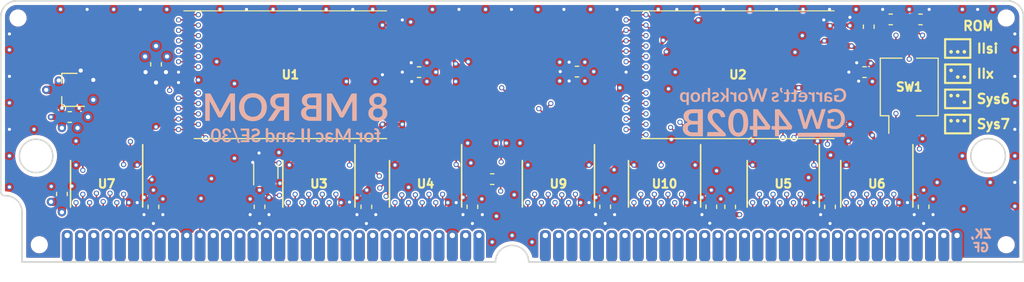
<source format=kicad_pcb>
(kicad_pcb (version 20221018) (generator pcbnew)

  (general
    (thickness 1.6)
  )

  (paper "USLetter")
  (title_block
    (title "GW4402C")
    (date "2022-02-05")
    (rev "1.0")
    (company "Garrett's Workshop")
  )

  (layers
    (0 "F.Cu" signal)
    (1 "In1.Cu" power)
    (2 "In2.Cu" signal)
    (31 "B.Cu" power)
    (32 "B.Adhes" user "B.Adhesive")
    (33 "F.Adhes" user "F.Adhesive")
    (34 "B.Paste" user)
    (35 "F.Paste" user)
    (36 "B.SilkS" user "B.Silkscreen")
    (37 "F.SilkS" user "F.Silkscreen")
    (38 "B.Mask" user)
    (39 "F.Mask" user)
    (40 "Dwgs.User" user "User.Drawings")
    (41 "Cmts.User" user "User.Comments")
    (42 "Eco1.User" user "User.Eco1")
    (43 "Eco2.User" user "User.Eco2")
    (44 "Edge.Cuts" user)
    (45 "Margin" user)
    (46 "B.CrtYd" user "B.Courtyard")
    (47 "F.CrtYd" user "F.Courtyard")
    (48 "B.Fab" user)
    (49 "F.Fab" user)
  )

  (setup
    (pad_to_mask_clearance 0.075)
    (solder_mask_min_width 0.1)
    (pad_to_paste_clearance -0.0381)
    (pcbplotparams
      (layerselection 0x00210f8_ffffffff)
      (plot_on_all_layers_selection 0x0000000_00000000)
      (disableapertmacros false)
      (usegerberextensions true)
      (usegerberattributes false)
      (usegerberadvancedattributes false)
      (creategerberjobfile false)
      (dashed_line_dash_ratio 12.000000)
      (dashed_line_gap_ratio 3.000000)
      (svgprecision 6)
      (plotframeref false)
      (viasonmask false)
      (mode 1)
      (useauxorigin false)
      (hpglpennumber 1)
      (hpglpenspeed 20)
      (hpglpendiameter 15.000000)
      (dxfpolygonmode true)
      (dxfimperialunits true)
      (dxfusepcbnewfont true)
      (psnegative false)
      (psa4output false)
      (plotreference true)
      (plotvalue true)
      (plotinvisibletext false)
      (sketchpadsonfab false)
      (subtractmaskfromsilk true)
      (outputformat 1)
      (mirror false)
      (drillshape 0)
      (scaleselection 1)
      (outputdirectory "gerber/")
    )
  )

  (net 0 "")
  (net 1 "+5V")
  (net 2 "/D0")
  (net 3 "/D1")
  (net 4 "/~{WE}")
  (net 5 "/D2")
  (net 6 "/D3")
  (net 7 "GND")
  (net 8 "/D4")
  (net 9 "/D5")
  (net 10 "/D6")
  (net 11 "/A11")
  (net 12 "/D7")
  (net 13 "/A0")
  (net 14 "/A1")
  (net 15 "/A2")
  (net 16 "/A3")
  (net 17 "/A4")
  (net 18 "/A5")
  (net 19 "/A6")
  (net 20 "/A7")
  (net 21 "/~{CS}")
  (net 22 "/~{OE}")
  (net 23 "/D8")
  (net 24 "/D9")
  (net 25 "/D10")
  (net 26 "/D11")
  (net 27 "/D12")
  (net 28 "/D13")
  (net 29 "/D14")
  (net 30 "/D15")
  (net 31 "/A8")
  (net 32 "/A9")
  (net 33 "/A10")
  (net 34 "/A12")
  (net 35 "/A13")
  (net 36 "/A14")
  (net 37 "/A15")
  (net 38 "/A16")
  (net 39 "/A17")
  (net 40 "/A18")
  (net 41 "/A19")
  (net 42 "/A20")
  (net 43 "/A21")
  (net 44 "/A22")
  (net 45 "/D16")
  (net 46 "/D17")
  (net 47 "/D18")
  (net 48 "/D19")
  (net 49 "/D20")
  (net 50 "/D21")
  (net 51 "/D22")
  (net 52 "/D23")
  (net 53 "/D24")
  (net 54 "/D25")
  (net 55 "/D26")
  (net 56 "/D27")
  (net 57 "/D28")
  (net 58 "/D29")
  (net 59 "/D30")
  (net 60 "/D31")
  (net 61 "+3V3")
  (net 62 "/RD7")
  (net 63 "/RD6")
  (net 64 "/RD5")
  (net 65 "/RD4")
  (net 66 "/RD3")
  (net 67 "/RD2")
  (net 68 "/RD1")
  (net 69 "/RD0")
  (net 70 "/RD8")
  (net 71 "/RD9")
  (net 72 "/RD10")
  (net 73 "/RD11")
  (net 74 "/RD12")
  (net 75 "/RD13")
  (net 76 "/RD14")
  (net 77 "/RD15")
  (net 78 "/RD23")
  (net 79 "/RD22")
  (net 80 "/RD21")
  (net 81 "/RD20")
  (net 82 "/RD19")
  (net 83 "/RD18")
  (net 84 "/RD17")
  (net 85 "/RD16")
  (net 86 "/RD24")
  (net 87 "/RD25")
  (net 88 "/RD26")
  (net 89 "/RD27")
  (net 90 "/RD28")
  (net 91 "/RD29")
  (net 92 "/RD30")
  (net 93 "/RD31")
  (net 94 "/RA7")
  (net 95 "/RA6")
  (net 96 "/RA5")
  (net 97 "/RA4")
  (net 98 "/RA3")
  (net 99 "/RA2")
  (net 100 "/R~{CS}")
  (net 101 "/R~{OE}")
  (net 102 "/R~{WE}")
  (net 103 "/RA8")
  (net 104 "/RA9")
  (net 105 "/RA17")
  (net 106 "/RA16")
  (net 107 "/RA15")
  (net 108 "/RA14")
  (net 109 "/RA13")
  (net 110 "/RA12")
  (net 111 "/RA11")
  (net 112 "/RA10")
  (net 113 "/RA18")
  (net 114 "/RA19")
  (net 115 "/RA20")
  (net 116 "/RA21")
  (net 117 "/RA22")
  (net 118 "unconnected-(J1-Pin_63-Pad63)")
  (net 119 "unconnected-(U1-~{BY}-Pad15)")
  (net 120 "unconnected-(U2-~{BY}-Pad15)")
  (net 121 "/RA23")
  (net 122 "/Ddir")
  (net 123 "/DdirR")
  (net 124 "/RA22sw")
  (net 125 "/RA21sw")

  (footprint "stdpads:Fiducial" (layer "F.Cu") (at 75.438 123.444))

  (footprint "stdpads:C_0603" (layer "F.Cu") (at 154.35 109.45))

  (footprint "stdpads:C_0603" (layer "F.Cu") (at 96.5 122.35 90))

  (footprint "stdpads:C_0603" (layer "F.Cu") (at 116.85 122.35 90))

  (footprint "stdpads:C_0603" (layer "F.Cu") (at 139.7 122.35 90))

  (footprint "stdpads:C_0603" (layer "F.Cu") (at 151.05 122.35 90))

  (footprint "stdpads:C_0603" (layer "F.Cu") (at 160 122.35 90))

  (footprint "stdpads:TSSOP-20_4.4x6.5mm_P0.65mm" (layer "F.Cu") (at 112.375 120.15 180))

  (footprint "stdpads:TSSOP-20_4.4x6.5mm_P0.65mm" (layer "F.Cu") (at 146.575 120.15 180))

  (footprint "stdpads:MacIIROMSIMM_Edge" (layer "F.Cu") (at 120.65 127.635))

  (footprint "stdpads:TSSOP-20_4.4x6.5mm_P0.65mm" (layer "F.Cu") (at 135.225 120.15 180))

  (footprint "stdpads:TSSOP-20_4.4x6.5mm_P0.65mm" (layer "F.Cu") (at 155.525 120.15 180))

  (footprint "stdpads:C_0603" (layer "F.Cu") (at 111.75 109.45))

  (footprint "stdpads:TSOP-I-48_18.4x12mm_P0.5mm" (layer "F.Cu") (at 99.45 109.7 -90))

  (footprint "stdpads:TSSOP-20_4.4x6.5mm_P0.65mm" (layer "F.Cu") (at 102.175 120.15 180))

  (footprint "stdpads:C_0603" (layer "F.Cu") (at 78.35 113.75))

  (footprint "stdpads:TSOP-I-48_18.4x12mm_P0.5mm" (layer "F.Cu") (at 142.24 109.7 -90))

  (footprint "stdpads:C_0603" (layer "F.Cu") (at 86.35 122.35 90))

  (footprint "stdpads:TSSOP-20_4.4x6.5mm_P0.65mm" (layer "F.Cu") (at 81.875 120.15 180))

  (footprint "stdpads:C_0603" (layer "F.Cu") (at 106.7135 122.35 90))

  (footprint "stdpads:TSSOP-20_4.4x6.5mm_P0.65mm" (layer "F.Cu") (at 125.075 120.15 180))

  (footprint "stdpads:C_0603" (layer "F.Cu") (at 129.55 122.35 90))

  (footprint "stdpads:C_0603" (layer "F.Cu") (at 141.5 122.35 90))

  (footprint "stdpads:C_0603" (layer "F.Cu") (at 86.6 108.7 90))

  (footprint "stdpads:Fiducial" (layer "F.Cu") (at 167.894 123.444))

  (footprint "stdpads:Fiducial" (layer "F.Cu") (at 162.433 104.267))

  (footprint "stdpads:Fiducial" (layer "F.Cu") (at 75.946 104.267))

  (footprint "stdpads:C_0603" (layer "F.Cu") (at 126.85 109.4))

  (footprint "stdpads:C_0603" (layer "F.Cu") (at 77.6 121.123 90))

  (footprint "stdpads:SOT-353" (layer "F.Cu") (at 97.1 118.95))

  (footprint "stdpads:R_0603" (layer "F.Cu") (at 156.85 104.4 180))

  (footprint "stdpads:R_0603" (layer "F.Cu") (at 154.75 105.1 90))

  (footprint "stdpads:R_0603" (layer "F.Cu") (at 118.75 119.7 180))

  (footprint "stdpads:SOT-23" (layer "F.Cu") (at 78.35 111.15))

  (footprint "stdpads:PasteHole_1.152mm_NPTH" (layer "F.Cu") (at 73.406 104.267))

  (footprint "stdpads:PasteHole_1.152mm_NPTH" (layer "F.Cu") (at 75.438 125.984))

  (footprint "stdpads:PasteHole_1.152mm_NPTH" (layer "F.Cu") (at 167.894 125.984))

  (footprint "stdpads:PasteHole_1.152mm_NPTH" (layer "F.Cu") (at 167.894 104.267))

  (footprint "stdpads:R_0603" (layer "F.Cu") (at 159.7 104.4))

  (footprint "stdpads:SW_DIP_SPSTx03_Slide_DSHP03TS_P1.27mm" (layer "F.Cu") (at 158.623 110.871))

  (footprint "LOGO" (layer "B.Cu")
    (tstamp b9ba79d1-e603-4975-83c9-1d20506a9050)
    (at 99.950302 113.737925 180)
    (attr board_only exclude_from_pos_files exclude_from_bom)
    (fp_text reference "G***" (at 0 0) (layer "B.SilkS") hide
        (effects (font (size 1.524 1.524) (thickness 0.3)) (justify mirror))
      (tstamp e2653b0a-5296-4a12-b227-bcac62608036)
    )
    (fp_text value "LOGO" (at 0.75 0) (layer "B.SilkS") hide
        (effects (font (size 1.524 1.524) (thickness 0.3)) (justify mirror))
      (tstamp 40cb2729-7e80-4008-aa0b-8207f1c02e46)
    )
    (fp_poly
      (pts
        (xy -1.121448 -2.423603)
        (xy -1.371249 -2.423603)
        (xy -1.371249 -1.110818)
        (xy -1.121448 -1.110818)
      )

      (stroke (width 0) (type solid)) (fill solid) (layer "B.SilkS") (tstamp dd673796-7a32-4f1f-b0c5-d2e15bb16cfe))
    (fp_poly
      (pts
        (xy -0.552751 -2.423603)
        (xy -0.802552 -2.423603)
        (xy -0.802552 -1.110818)
        (xy -0.552751 -1.110818)
      )

      (stroke (width 0) (type solid)) (fill solid) (layer "B.SilkS") (tstamp c6a167c5-7238-4790-96a1-fd14f1bba923))
    (fp_poly
      (pts
        (xy 5.261771 -1.30747)
        (xy 4.682444 -1.30747)
        (xy 4.682444 -1.668885)
        (xy 5.139527 -1.668885)
        (xy 5.139527 -1.854907)
        (xy 4.682444 -1.854907)
        (xy 4.682444 -2.226951)
        (xy 5.261771 -2.226951)
        (xy 5.261771 -2.423603)
        (xy 4.432643 -2.423603)
        (xy 4.432643 -1.110818)
        (xy 5.261771 -1.110818)
      )

      (stroke (width 0) (type solid)) (fill solid) (layer "B.SilkS") (tstamp b9fd7bc6-1738-4f9c-b9b9-b2ef65fcd9ff))
    (fp_poly
      (pts
        (xy -5.833671 -1.476886)
        (xy -5.793954 -1.490991)
        (xy -5.780133 -1.498709)
        (xy -5.763181 -1.509186)
        (xy -5.778072 -1.59235)
        (xy -5.783382 -1.621523)
        (xy -5.788286 -1.647573)
        (xy -5.792383 -1.668441)
        (xy -5.795274 -1.682067)
        (xy -5.796225 -1.685791)
        (xy -5.80382 -1.696798)
        (xy -5.818367 -1.702213)
        (xy -5.840693 -1.702186)
        (xy -5.86538 -1.69821)
        (xy -5.901414 -1.692169)
        (xy -5.93191 -1.690641)
        (xy -5.960957 -1.69363)
        (xy -5.982154 -1.698291)
        (xy -6.021574 -1.713204)
        (xy -6.056652 -1.736807)
        (xy -6.088038 -1.769653)
        (xy -6.116383 -1.812298)
        (xy -6.116728 -1.812909)
        (xy -6.133417 -1.842479)
        (xy -6.133417 -2.423603)
        (xy -6.361958 -2.423603)
        (xy -6.361958 -1.493492)
        (xy -6.28258 -1.493492)
        (xy -6.253473 -1.493838)
        (xy -6.227184 -1.49479)
        (xy -6.206008 -1.496218)
        (xy -6.192242 -1.497992)
        (xy -6.189312 -1.498773)
        (xy -6.179276 -1.505034)
        (xy -6.171252 -1.516224)
        (xy -6.164727 -1.533751)
        (xy -6.159184 -1.559019)
        (xy -6.154109 -1.593435)
        (xy -6.153837 -1.595594)
        (xy -6.146704 -1.65252)
        (xy -6.113538 -1.608009)
        (xy -6.074049 -1.561023)
        (xy -6.033056 -1.524315)
        (xy -5.990026 -1.497577)
        (xy -5.944425 -1.480502)
        (xy -5.895718 -1.472781)
        (xy -5.877852 -1.472233)
      )

      (stroke (width 0) (type solid)) (fill solid) (layer "B.SilkS") (tstamp 9fc74d0a-efbc-421c-ae62-7a1dacedd8b1))
    (fp_poly
      (pts
        (xy -7.606518 -1.087457)
        (xy -7.576147 -1.089046)
        (xy -7.553464 -1.09155)
        (xy -7.543199 -1.093749)
        (xy -7.520611 -1.100598)
        (xy -7.520611 -1.15637)
        (xy -7.521578 -1.191516)
        (xy -7.524733 -1.217378)
        (xy -7.530453 -1.235147)
        (xy -7.539117 -1.246014)
        (xy -7.550679 -1.251084)
        (xy -7.562408 -1.252909)
        (xy -7.581589 -1.255247)
        (xy -7.60508 -1.257734)
        (xy -7.61954 -1.259109)
        (xy -7.655924 -1.263809)
        (xy -7.684049 -1.270976)
        (xy -7.706165 -1.281459)
        (xy -7.724518 -1.296108)
        (xy -7.728614 -1.30034)
        (xy -7.745942 -1.324264)
        (xy -7.758403 -1.354005)
        (xy -7.766318 -1.390766)
        (xy -7.770006 -1.435751)
        (xy -7.770372 -1.457617)
        (xy -7.770412 -1.498807)
        (xy -7.525926 -1.498807)
        (xy -7.525926 -1.658255)
        (xy -7.759712 -1.658255)
        (xy -7.761076 -2.0396)
        (xy -7.762439 -2.420946)
        (xy -7.875381 -2.42238)
        (xy -7.988324 -2.423815)
        (xy -7.988324 -1.670724)
        (xy -8.032149 -1.664015)
        (xy -8.065954 -1.658165)
        (xy -8.09059 -1.651447)
        (xy -8.107493 -1.64226)
        (xy -8.118098 -1.629002)
        (xy -8.123841 -1.610071)
        (xy -8.126158 -1.583867)
        (xy -8.126511 -1.558746)
        (xy -8.126511 -1.498807)
        (xy -7.989662 -1.498807)
        (xy -7.986997 -1.42307)
        (xy -7.985261 -1.386709)
        (xy -7.982727 -1.358291)
        (xy -7.979051 -1.335138)
        (xy -7.97389 -1.314571)
        (xy -7.972521 -1.310127)
        (xy -7.95053 -1.254846)
        (xy -7.922035 -1.20779)
        (xy -7.886528 -1.168456)
        (xy -7.843499 -1.13634)
        (xy -7.792442 -1.110938)
        (xy -7.759782 -1.099342)
        (xy -7.741745 -1.094184)
        (xy -7.724704 -1.090652)
        (xy -7.705931 -1.088457)
        (xy -7.682699 -1.087308)
        (xy -7.652282 -1.086915)
        (xy -7.642854 -1.086901)
      )

      (stroke (width 0) (type solid)) (fill solid) (layer "B.SilkS") (tstamp 9755e761-e50e-44b5-9373-0c8c70b2654f))
    (fp_poly
      (pts
        (xy 6.040798 -1.07346)
        (xy 6.056003 -1.074633)
        (xy 6.063695 -1.076727)
        (xy 6.064189 -1.0776)
        (xy 6.062281 -1.082941)
 
... [2103254 chars truncated]
</source>
